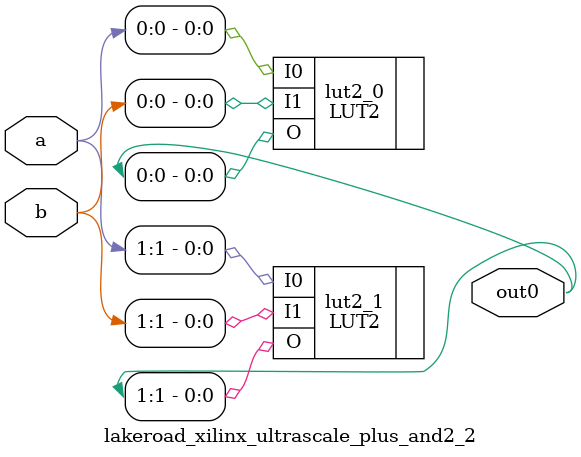
<source format=v>

/* Generated by Yosys 0.19 (git sha1 a45c131b37c, clang 13.1.6 -fPIC -Os) */

module lakeroad_xilinx_ultrascale_plus_and2_2(a, b, out0);
  input [1:0] a;
  wire [1:0] a;
  input [1:0] b;
  wire [1:0] b;
  output [1:0] out0;
  wire [1:0] out0;
  LUT2 #(
    .INIT(4'h8)
  ) lut2_0 (
    .I0(a[0]),
    .I1(b[0]),
    .O(out0[0])
  );
  LUT2 #(
    .INIT(4'h8)
  ) lut2_1 (
    .I0(a[1]),
    .I1(b[1]),
    .O(out0[1])
  );
endmodule


</source>
